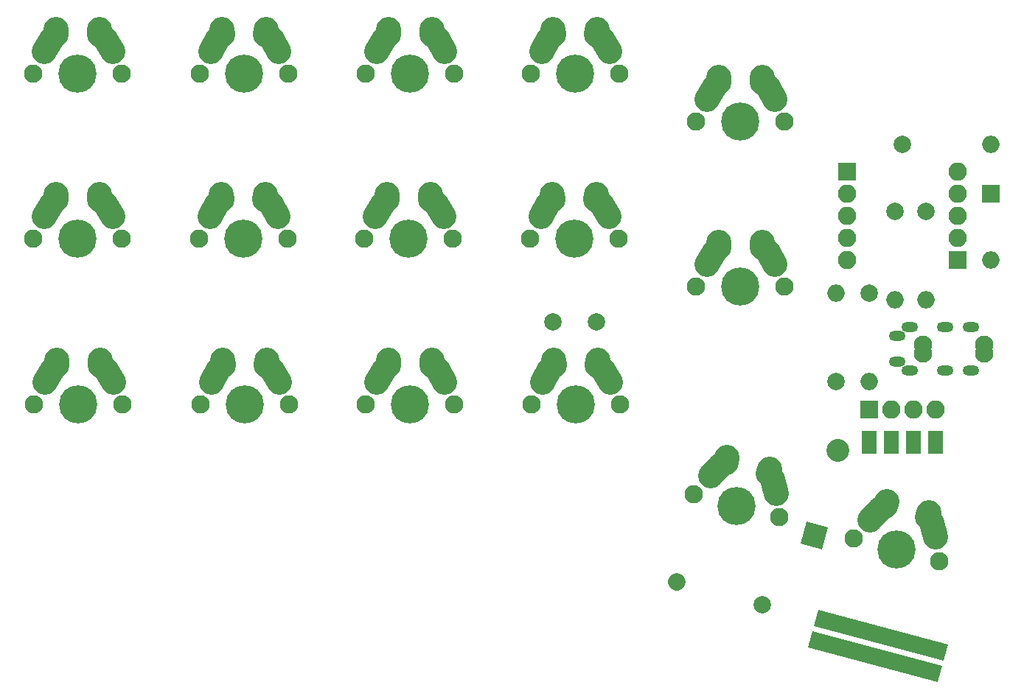
<source format=gbs>
G04 #@! TF.FileFunction,Soldermask,Bot*
%FSLAX46Y46*%
G04 Gerber Fmt 4.6, Leading zero omitted, Abs format (unit mm)*
G04 Created by KiCad (PCBNEW 4.0.7) date 06/17/18 20:50:59*
%MOMM*%
%LPD*%
G01*
G04 APERTURE LIST*
%ADD10C,0.100000*%
%ADD11C,2.000000*%
%ADD12C,2.600000*%
%ADD13R,2.100000X2.100000*%
%ADD14O,2.100000X2.100000*%
%ADD15R,1.670000X1.370000*%
%ADD16O,2.000000X2.000000*%
%ADD17C,2.000000*%
%ADD18R,2.000000X2.000000*%
%ADD19C,2.900000*%
%ADD20C,4.387810*%
%ADD21C,2.101810*%
%ADD22O,1.924000X1.162000*%
%ADD23C,2.100000*%
G04 APERTURE END LIST*
D10*
D11*
X134500000Y-98500000D03*
X139500000Y-98500000D03*
D10*
G36*
X165421638Y-124689974D02*
X162910231Y-124017045D01*
X163583160Y-121505638D01*
X166094567Y-122178567D01*
X165421638Y-124689974D01*
X165421638Y-124689974D01*
G37*
D12*
X167132000Y-113284000D02*
X167132000Y-113284000D01*
D13*
X168275000Y-81280000D03*
D14*
X168275000Y-83820000D03*
X168275000Y-86360000D03*
X168275000Y-88900000D03*
X168275000Y-91440000D03*
D13*
X180975000Y-91440000D03*
D14*
X180975000Y-88900000D03*
X180975000Y-86360000D03*
X180975000Y-83820000D03*
X180975000Y-81280000D03*
D13*
X170815000Y-108585000D03*
D14*
X173355000Y-108585000D03*
X175895000Y-108585000D03*
X178435000Y-108585000D03*
D15*
X178435000Y-113035000D03*
X178435000Y-111755000D03*
X175895000Y-113035000D03*
X175895000Y-111755000D03*
X173355000Y-113035000D03*
X173355000Y-111755000D03*
X170815000Y-113035000D03*
X170815000Y-111755000D03*
D10*
G36*
X164470787Y-133482862D02*
X164968755Y-131624421D01*
X179844013Y-135610234D01*
X179346045Y-137468675D01*
X164470787Y-133482862D01*
X164470787Y-133482862D01*
G37*
G36*
X163813387Y-135936314D02*
X164311355Y-134077873D01*
X179186613Y-138063686D01*
X178688645Y-139922127D01*
X163813387Y-135936314D01*
X163813387Y-135936314D01*
G37*
D11*
X174625000Y-78105000D03*
D16*
X184785000Y-78105000D03*
D11*
X173736000Y-85852000D03*
D16*
X173736000Y-96012000D03*
D11*
X177292000Y-85852000D03*
D16*
X177292000Y-96012000D03*
D11*
X167005000Y-105410000D03*
D16*
X167005000Y-95250000D03*
D11*
X170815000Y-95250000D03*
D16*
X170815000Y-105410000D03*
D11*
X158496000Y-131064000D03*
D17*
X148682194Y-128434399D02*
X148682194Y-128434399D01*
D18*
X184785000Y-83820000D03*
D16*
X184785000Y-91440000D03*
D19*
X77420276Y-64920672D02*
X77459724Y-65499328D01*
X83110184Y-65999693D02*
X83919816Y-67460307D01*
D20*
X79920000Y-70000000D03*
D21*
X74840000Y-70000000D03*
X85000000Y-70000000D03*
D19*
X76920453Y-66000046D02*
X76109547Y-67459954D01*
X82459724Y-64920672D02*
X82420276Y-65499328D01*
X77420276Y-83920672D02*
X77459724Y-84499328D01*
X83110184Y-84999693D02*
X83919816Y-86460307D01*
D20*
X79920000Y-89000000D03*
D21*
X74840000Y-89000000D03*
X85000000Y-89000000D03*
D19*
X76920453Y-85000046D02*
X76109547Y-86459954D01*
X82459724Y-83920672D02*
X82420276Y-84499328D01*
X77500276Y-102920672D02*
X77539724Y-103499328D01*
X83190184Y-103999693D02*
X83999816Y-105460307D01*
D20*
X80000000Y-108000000D03*
D21*
X74920000Y-108000000D03*
X85080000Y-108000000D03*
D19*
X77000453Y-104000046D02*
X76189547Y-105459954D01*
X82539724Y-102920672D02*
X82500276Y-103499328D01*
X96500276Y-64920672D02*
X96539724Y-65499328D01*
X102190184Y-65999693D02*
X102999816Y-67460307D01*
D20*
X99000000Y-70000000D03*
D21*
X93920000Y-70000000D03*
X104080000Y-70000000D03*
D19*
X96000453Y-66000046D02*
X95189547Y-67459954D01*
X101539724Y-64920672D02*
X101500276Y-65499328D01*
X96420276Y-83920672D02*
X96459724Y-84499328D01*
X102110184Y-84999693D02*
X102919816Y-86460307D01*
D20*
X98920000Y-89000000D03*
D21*
X93840000Y-89000000D03*
X104000000Y-89000000D03*
D19*
X95920453Y-85000046D02*
X95109547Y-86459954D01*
X101459724Y-83920672D02*
X101420276Y-84499328D01*
X96580276Y-102920672D02*
X96619724Y-103499328D01*
X102270184Y-103999693D02*
X103079816Y-105460307D01*
D20*
X99080000Y-108000000D03*
D21*
X94000000Y-108000000D03*
X104160000Y-108000000D03*
D19*
X96080453Y-104000046D02*
X95269547Y-105459954D01*
X101619724Y-102920672D02*
X101580276Y-103499328D01*
X115580276Y-64920672D02*
X115619724Y-65499328D01*
X121270184Y-65999693D02*
X122079816Y-67460307D01*
D20*
X118080000Y-70000000D03*
D21*
X113000000Y-70000000D03*
X123160000Y-70000000D03*
D19*
X115080453Y-66000046D02*
X114269547Y-67459954D01*
X120619724Y-64920672D02*
X120580276Y-65499328D01*
X115420276Y-83920672D02*
X115459724Y-84499328D01*
X121110184Y-84999693D02*
X121919816Y-86460307D01*
D20*
X117920000Y-89000000D03*
D21*
X112840000Y-89000000D03*
X123000000Y-89000000D03*
D19*
X114920453Y-85000046D02*
X114109547Y-86459954D01*
X120459724Y-83920672D02*
X120420276Y-84499328D01*
X115580276Y-102920672D02*
X115619724Y-103499328D01*
X121270184Y-103999693D02*
X122079816Y-105460307D01*
D20*
X118080000Y-108000000D03*
D21*
X113000000Y-108000000D03*
X123160000Y-108000000D03*
D19*
X115080453Y-104000046D02*
X114269547Y-105459954D01*
X120619724Y-102920672D02*
X120580276Y-103499328D01*
X134500276Y-64920672D02*
X134539724Y-65499328D01*
X140190184Y-65999693D02*
X140999816Y-67460307D01*
D20*
X137000000Y-70000000D03*
D21*
X131920000Y-70000000D03*
X142080000Y-70000000D03*
D19*
X134000453Y-66000046D02*
X133189547Y-67459954D01*
X139539724Y-64920672D02*
X139500276Y-65499328D01*
X134420276Y-83920672D02*
X134459724Y-84499328D01*
X140110184Y-84999693D02*
X140919816Y-86460307D01*
D20*
X136920000Y-89000000D03*
D21*
X131840000Y-89000000D03*
X142000000Y-89000000D03*
D19*
X133920453Y-85000046D02*
X133109547Y-86459954D01*
X139459724Y-83920672D02*
X139420276Y-84499328D01*
X134580276Y-102920672D02*
X134619724Y-103499328D01*
X140270184Y-103999693D02*
X141079816Y-105460307D01*
D20*
X137080000Y-108000000D03*
D21*
X132000000Y-108000000D03*
X142160000Y-108000000D03*
D19*
X134080453Y-104000046D02*
X133269547Y-105459954D01*
X139619724Y-102920672D02*
X139580276Y-103499328D01*
X153500276Y-70420672D02*
X153539724Y-70999328D01*
X159190184Y-71499693D02*
X159999816Y-72960307D01*
D20*
X156000000Y-75500000D03*
D21*
X150920000Y-75500000D03*
X161080000Y-75500000D03*
D19*
X153000453Y-71500046D02*
X152189547Y-72959954D01*
X158539724Y-70420672D02*
X158500276Y-70999328D01*
X153500276Y-89420672D02*
X153539724Y-89999328D01*
X159190184Y-90499693D02*
X159999816Y-91960307D01*
D20*
X156000000Y-94500000D03*
D21*
X150920000Y-94500000D03*
X161080000Y-94500000D03*
D19*
X153000453Y-90500046D02*
X152189547Y-91959954D01*
X158539724Y-89420672D02*
X158500276Y-89999328D01*
X154500078Y-114131968D02*
X154388416Y-114701118D01*
X159716837Y-116646879D02*
X160120847Y-118267273D01*
D20*
X155600000Y-119685199D03*
D21*
X150693097Y-118370398D03*
X160506903Y-121000000D03*
D19*
X153737925Y-115045201D02*
X152576797Y-116245485D01*
X159367812Y-115436273D02*
X159179940Y-115985003D01*
X172806981Y-119161570D02*
X172695319Y-119730720D01*
X178023740Y-121676481D02*
X178427750Y-123296875D01*
D20*
X173906903Y-124714801D03*
D21*
X169000000Y-123400000D03*
X178813806Y-126029602D03*
D19*
X172044828Y-120074803D02*
X170883700Y-121275087D01*
X177674715Y-120465875D02*
X177486843Y-121014605D01*
D22*
X182500000Y-104140000D03*
X179500000Y-104140000D03*
X175500000Y-104140000D03*
X174000000Y-100140000D03*
X182500000Y-99140000D03*
X179500000Y-99140000D03*
X175500000Y-99140000D03*
X174000000Y-103140000D03*
D23*
X184000000Y-101140000D03*
X177000000Y-101140000D03*
X184000000Y-102140000D03*
X177000000Y-102140000D03*
M02*

</source>
